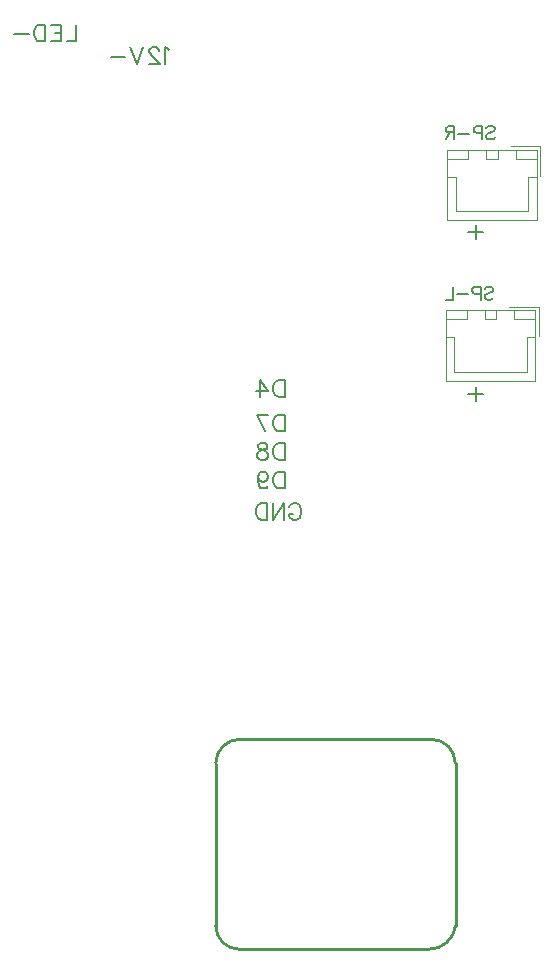
<source format=gbo>
G04 Layer: BottomSilkLayer*
G04 EasyEDA v6.4.25, 2022-01-16T12:25:19--5:00*
G04 Gerber Generator version 0.2*
G04 Scale: 100 percent, Rotated: No, Reflected: No *
G04 Dimensions in millimeters *
G04 leading zeros omitted , absolute positions ,4 integer and 5 decimal *
%FSLAX45Y45*%
%MOMM*%

%ADD10C,0.2540*%
%ADD21C,0.1524*%
%ADD23C,0.2032*%
%ADD26C,0.1200*%

%LPD*%
D23*
X2768600Y9483991D02*
G01*
X2754962Y9490809D01*
X2734508Y9511263D01*
X2734508Y9368081D01*
X2682692Y9477171D02*
G01*
X2682692Y9483991D01*
X2675872Y9497626D01*
X2669054Y9504446D01*
X2655417Y9511263D01*
X2628145Y9511263D01*
X2614508Y9504446D01*
X2607690Y9497626D01*
X2600873Y9483991D01*
X2600873Y9470354D01*
X2607690Y9456717D01*
X2621328Y9436262D01*
X2689509Y9368081D01*
X2594053Y9368081D01*
X2549055Y9511263D02*
G01*
X2494508Y9368081D01*
X2439964Y9511263D02*
G01*
X2494508Y9368081D01*
X2394963Y9429445D02*
G01*
X2272235Y9429445D01*
X1981200Y9701763D02*
G01*
X1981200Y9558581D01*
X1981200Y9558581D02*
G01*
X1899381Y9558581D01*
X1854382Y9701763D02*
G01*
X1854382Y9558581D01*
X1854382Y9701763D02*
G01*
X1765744Y9701763D01*
X1854382Y9633582D02*
G01*
X1799836Y9633582D01*
X1854382Y9558581D02*
G01*
X1765744Y9558581D01*
X1720745Y9701763D02*
G01*
X1720745Y9558581D01*
X1720745Y9701763D02*
G01*
X1673019Y9701763D01*
X1652564Y9694946D01*
X1638927Y9681309D01*
X1632110Y9667671D01*
X1625290Y9647217D01*
X1625290Y9613127D01*
X1632110Y9592673D01*
X1638927Y9579035D01*
X1652564Y9565401D01*
X1673019Y9558581D01*
X1720745Y9558581D01*
X1580291Y9619945D02*
G01*
X1457563Y9619945D01*
X5361536Y8004909D02*
G01*
X5361536Y7882181D01*
X5422900Y7943545D02*
G01*
X5300172Y7943545D01*
X5361536Y6633309D02*
G01*
X5361536Y6510581D01*
X5422900Y6571945D02*
G01*
X5300172Y6571945D01*
X3746500Y6691884D02*
G01*
X3746500Y6548628D01*
X3746500Y6691884D02*
G01*
X3698747Y6691884D01*
X3678427Y6685026D01*
X3664711Y6671310D01*
X3657854Y6657847D01*
X3650995Y6637273D01*
X3650995Y6603237D01*
X3657854Y6582663D01*
X3664711Y6569202D01*
X3678427Y6555486D01*
X3698747Y6548628D01*
X3746500Y6548628D01*
X3537965Y6691884D02*
G01*
X3606038Y6596379D01*
X3503675Y6596379D01*
X3537965Y6691884D02*
G01*
X3537965Y6548628D01*
X3746500Y6399784D02*
G01*
X3746500Y6256528D01*
X3746500Y6399784D02*
G01*
X3698747Y6399784D01*
X3678427Y6392926D01*
X3664711Y6379210D01*
X3657854Y6365747D01*
X3650995Y6345173D01*
X3650995Y6311137D01*
X3657854Y6290563D01*
X3664711Y6277102D01*
X3678427Y6263386D01*
X3698747Y6256528D01*
X3746500Y6256528D01*
X3510534Y6399784D02*
G01*
X3578859Y6256528D01*
X3606038Y6399784D02*
G01*
X3510534Y6399784D01*
X3746500Y6158484D02*
G01*
X3746500Y6015228D01*
X3746500Y6158484D02*
G01*
X3698747Y6158484D01*
X3678427Y6151626D01*
X3664711Y6137910D01*
X3657854Y6124447D01*
X3650995Y6103873D01*
X3650995Y6069837D01*
X3657854Y6049263D01*
X3664711Y6035802D01*
X3678427Y6022086D01*
X3698747Y6015228D01*
X3746500Y6015228D01*
X3572002Y6158484D02*
G01*
X3592322Y6151626D01*
X3599179Y6137910D01*
X3599179Y6124447D01*
X3592322Y6110731D01*
X3578859Y6103873D01*
X3551427Y6097015D01*
X3531108Y6090157D01*
X3517391Y6076695D01*
X3510534Y6062979D01*
X3510534Y6042660D01*
X3517391Y6028944D01*
X3524250Y6022086D01*
X3544570Y6015228D01*
X3572002Y6015228D01*
X3592322Y6022086D01*
X3599179Y6028944D01*
X3606038Y6042660D01*
X3606038Y6062979D01*
X3599179Y6076695D01*
X3585463Y6090157D01*
X3565143Y6097015D01*
X3537965Y6103873D01*
X3524250Y6110731D01*
X3517391Y6124447D01*
X3517391Y6137910D01*
X3524250Y6151626D01*
X3544570Y6158484D01*
X3572002Y6158484D01*
X3746500Y5917184D02*
G01*
X3746500Y5773928D01*
X3746500Y5917184D02*
G01*
X3698747Y5917184D01*
X3678427Y5910326D01*
X3664711Y5896610D01*
X3657854Y5883147D01*
X3650995Y5862573D01*
X3650995Y5828537D01*
X3657854Y5807963D01*
X3664711Y5794502D01*
X3678427Y5780786D01*
X3698747Y5773928D01*
X3746500Y5773928D01*
X3517391Y5869431D02*
G01*
X3524250Y5848857D01*
X3537965Y5835395D01*
X3558286Y5828537D01*
X3565143Y5828537D01*
X3585463Y5835395D01*
X3599179Y5848857D01*
X3606038Y5869431D01*
X3606038Y5876289D01*
X3599179Y5896610D01*
X3585463Y5910326D01*
X3565143Y5917184D01*
X3558286Y5917184D01*
X3537965Y5910326D01*
X3524250Y5896610D01*
X3517391Y5869431D01*
X3517391Y5835395D01*
X3524250Y5801360D01*
X3537965Y5780786D01*
X3558286Y5773928D01*
X3572002Y5773928D01*
X3592322Y5780786D01*
X3599179Y5794502D01*
X3783838Y5616447D02*
G01*
X3790695Y5629910D01*
X3804411Y5643626D01*
X3818127Y5650484D01*
X3845306Y5650484D01*
X3859022Y5643626D01*
X3872484Y5629910D01*
X3879341Y5616447D01*
X3886200Y5595873D01*
X3886200Y5561837D01*
X3879341Y5541263D01*
X3872484Y5527802D01*
X3859022Y5514086D01*
X3845306Y5507228D01*
X3818127Y5507228D01*
X3804411Y5514086D01*
X3790695Y5527802D01*
X3783838Y5541263D01*
X3783838Y5561837D01*
X3818127Y5561837D02*
G01*
X3783838Y5561837D01*
X3738879Y5650484D02*
G01*
X3738879Y5507228D01*
X3738879Y5650484D02*
G01*
X3643375Y5507228D01*
X3643375Y5650484D02*
G01*
X3643375Y5507228D01*
X3598418Y5650484D02*
G01*
X3598418Y5507228D01*
X3598418Y5650484D02*
G01*
X3550665Y5650484D01*
X3530345Y5643626D01*
X3516629Y5629910D01*
X3509772Y5616447D01*
X3502913Y5595873D01*
X3502913Y5561837D01*
X3509772Y5541263D01*
X3516629Y5527802D01*
X3530345Y5514086D01*
X3550665Y5507228D01*
X3598418Y5507228D01*
D21*
X5439156Y7465821D02*
G01*
X5449570Y7476236D01*
X5465063Y7481315D01*
X5485891Y7481315D01*
X5501386Y7476236D01*
X5511800Y7465821D01*
X5511800Y7455408D01*
X5506720Y7444994D01*
X5501386Y7439660D01*
X5490972Y7434579D01*
X5459729Y7424165D01*
X5449570Y7419086D01*
X5444236Y7413752D01*
X5439156Y7403337D01*
X5439156Y7387844D01*
X5449570Y7377429D01*
X5465063Y7372350D01*
X5485891Y7372350D01*
X5501386Y7377429D01*
X5511800Y7387844D01*
X5404865Y7481315D02*
G01*
X5404865Y7372350D01*
X5404865Y7481315D02*
G01*
X5358129Y7481315D01*
X5342381Y7476236D01*
X5337302Y7470902D01*
X5331968Y7460487D01*
X5331968Y7444994D01*
X5337302Y7434579D01*
X5342381Y7429500D01*
X5358129Y7424165D01*
X5404865Y7424165D01*
X5297677Y7419086D02*
G01*
X5204206Y7419086D01*
X5169915Y7481315D02*
G01*
X5169915Y7372350D01*
X5169915Y7372350D02*
G01*
X5107686Y7372350D01*
X5451856Y8824721D02*
G01*
X5462270Y8835136D01*
X5477763Y8840215D01*
X5498591Y8840215D01*
X5514086Y8835136D01*
X5524500Y8824721D01*
X5524500Y8814308D01*
X5519420Y8803894D01*
X5514086Y8798560D01*
X5503672Y8793479D01*
X5472429Y8783065D01*
X5462270Y8777986D01*
X5456936Y8772652D01*
X5451856Y8762237D01*
X5451856Y8746744D01*
X5462270Y8736329D01*
X5477763Y8731250D01*
X5498591Y8731250D01*
X5514086Y8736329D01*
X5524500Y8746744D01*
X5417565Y8840215D02*
G01*
X5417565Y8731250D01*
X5417565Y8840215D02*
G01*
X5370829Y8840215D01*
X5355081Y8835136D01*
X5350002Y8829802D01*
X5344668Y8819387D01*
X5344668Y8803894D01*
X5350002Y8793479D01*
X5355081Y8788400D01*
X5370829Y8783065D01*
X5417565Y8783065D01*
X5310377Y8777986D02*
G01*
X5216906Y8777986D01*
X5182615Y8840215D02*
G01*
X5182615Y8731250D01*
X5182615Y8840215D02*
G01*
X5135879Y8840215D01*
X5120386Y8835136D01*
X5115052Y8829802D01*
X5109972Y8819387D01*
X5109972Y8808974D01*
X5115052Y8798560D01*
X5120386Y8793479D01*
X5135879Y8788400D01*
X5182615Y8788400D01*
X5146293Y8788400D02*
G01*
X5109972Y8731250D01*
D10*
X3364687Y3650061D02*
G01*
X4995369Y3649804D01*
X3161499Y2072721D02*
G01*
X3163531Y3442286D01*
X5193487Y3446861D02*
G01*
X5193487Y2071956D01*
X4964887Y1872061D02*
G01*
X3364938Y1872061D01*
D26*
X5868415Y7280910D02*
G01*
X5688329Y7280910D01*
X5688329Y7205726D01*
X5868415Y7205726D01*
X5868415Y7280910D01*
X5868415Y6685787D01*
X5108447Y6685787D01*
X5108447Y7280910D01*
X5868415Y7280910D01*
X5538470Y7280910D02*
G01*
X5538470Y7205726D01*
X5438393Y7205726D01*
X5438393Y7280910D01*
X5538470Y7280910D01*
X5288279Y7280910D02*
G01*
X5288279Y7205726D01*
X5108447Y7205726D01*
X5108447Y7280910D01*
X5288279Y7280910D01*
X5868415Y7055865D02*
G01*
X5793486Y7055865D01*
X5793486Y6760718D01*
X5488431Y6760718D01*
X5183377Y6760718D01*
X5183377Y7055865D01*
X5108447Y7055865D01*
X5648452Y7310881D02*
G01*
X5898388Y7310881D01*
X5898388Y7060692D01*
X5881115Y8639810D02*
G01*
X5701029Y8639810D01*
X5701029Y8564626D01*
X5881115Y8564626D01*
X5881115Y8639810D01*
X5881115Y8044687D01*
X5121147Y8044687D01*
X5121147Y8639810D01*
X5881115Y8639810D01*
X5551170Y8639810D02*
G01*
X5551170Y8564626D01*
X5451093Y8564626D01*
X5451093Y8639810D01*
X5551170Y8639810D01*
X5300979Y8639810D02*
G01*
X5300979Y8564626D01*
X5121147Y8564626D01*
X5121147Y8639810D01*
X5300979Y8639810D01*
X5881115Y8414765D02*
G01*
X5806186Y8414765D01*
X5806186Y8119618D01*
X5501131Y8119618D01*
X5196077Y8119618D01*
X5196077Y8414765D01*
X5121147Y8414765D01*
X5661152Y8669781D02*
G01*
X5911088Y8669781D01*
X5911088Y8419592D01*
D10*
G75*
G01*
X3163486Y3449808D02*
G02*
X3363478Y3649815I200000J7D01*
G75*
G01*
X4990241Y3650061D02*
G02*
X5190244Y3450067I3J-199999D01*
G75*
G01*
X5193441Y2075261D02*
G02*
X4964841Y1872061I-227461J25707D01*
G75*
G01*
X3361466Y1872541D02*
G02*
X3161477Y2072538I11J200000D01*
M02*

</source>
